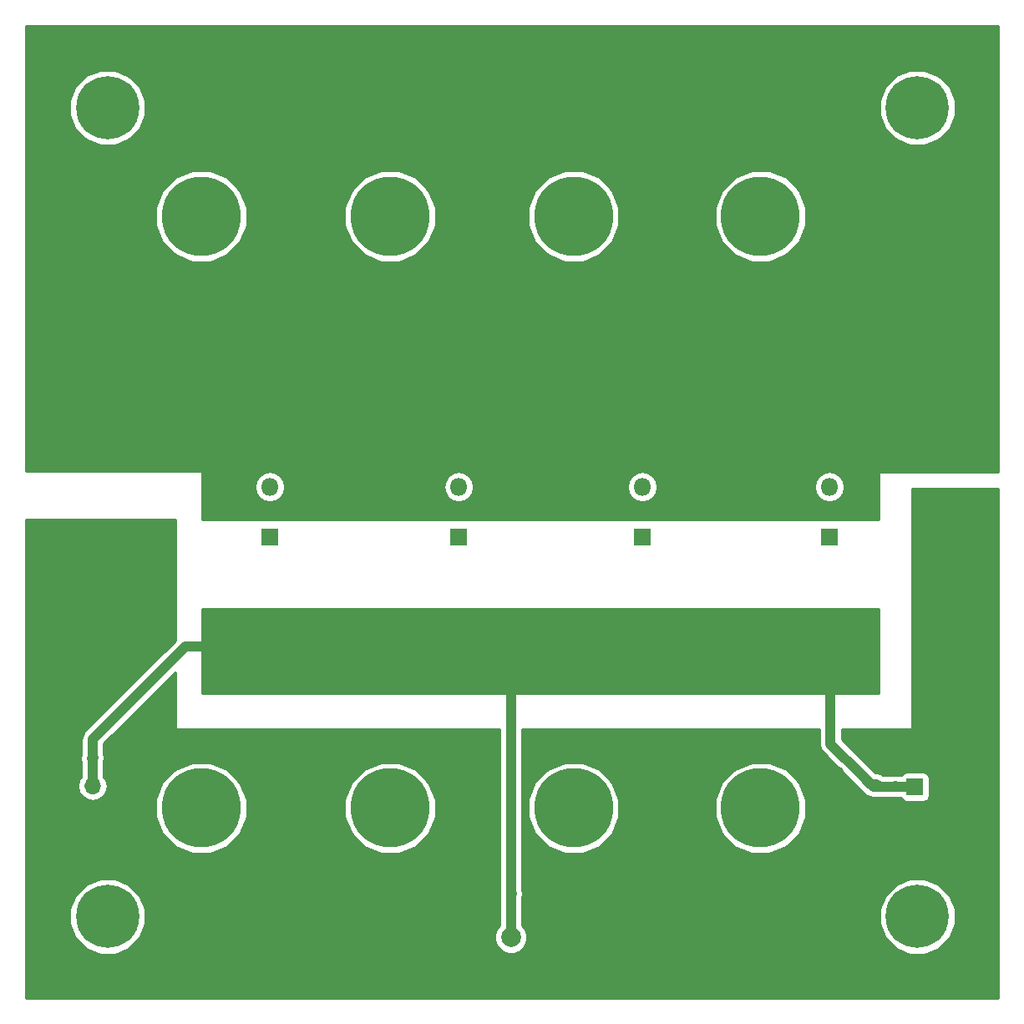
<source format=gbr>
G04 #@! TF.FileFunction,Copper,L1,Top,Signal*
%FSLAX46Y46*%
G04 Gerber Fmt 4.6, Leading zero omitted, Abs format (unit mm)*
G04 Created by KiCad (PCBNEW 4.0.2-stable) date 10/05/17 14:11:08*
%MOMM*%
G01*
G04 APERTURE LIST*
%ADD10C,0.100000*%
%ADD11R,1.800000X1.800000*%
%ADD12O,1.800000X1.800000*%
%ADD13C,8.000000*%
%ADD14C,6.400000*%
%ADD15C,0.800000*%
%ADD16R,1.700000X1.700000*%
%ADD17O,1.700000X1.700000*%
%ADD18O,5.001260X2.500000*%
%ADD19O,2.500000X5.001260*%
%ADD20C,2.200000*%
%ADD21C,2.000000*%
%ADD22C,0.600000*%
%ADD23C,1.000000*%
%ADD24C,0.254000*%
G04 APERTURE END LIST*
D10*
D11*
X123116980Y-98024760D03*
D12*
X123116980Y-95484760D03*
X123116980Y-92944760D03*
D13*
X116150000Y-125500000D03*
X116150000Y-65500000D03*
D11*
X160666980Y-98024760D03*
D12*
X160666980Y-95484760D03*
X160666980Y-92944760D03*
D13*
X153700000Y-125500000D03*
X153700000Y-65500000D03*
D11*
X103966980Y-98024760D03*
D12*
X103966980Y-95484760D03*
X103966980Y-92944760D03*
D13*
X97000000Y-125500000D03*
X97000000Y-65500000D03*
D11*
X141716980Y-98024760D03*
D12*
X141716980Y-95484760D03*
X141716980Y-92944760D03*
D13*
X134750000Y-125500000D03*
X134750000Y-65500000D03*
D14*
X87500000Y-136500000D03*
D15*
X89900000Y-136500000D03*
X89197056Y-138197056D03*
X87500000Y-138900000D03*
X85802944Y-138197056D03*
X85100000Y-136500000D03*
X85802944Y-134802944D03*
X87500000Y-134100000D03*
X89197056Y-134802944D03*
D14*
X169600000Y-136500000D03*
D15*
X172000000Y-136500000D03*
X171297056Y-138197056D03*
X169600000Y-138900000D03*
X167902944Y-138197056D03*
X167200000Y-136500000D03*
X167902944Y-134802944D03*
X169600000Y-134100000D03*
X171297056Y-134802944D03*
D14*
X169600000Y-54500000D03*
D15*
X172000000Y-54500000D03*
X171297056Y-56197056D03*
X169600000Y-56900000D03*
X167902944Y-56197056D03*
X167200000Y-54500000D03*
X167902944Y-52802944D03*
X169600000Y-52100000D03*
X171297056Y-52802944D03*
D14*
X87500000Y-54500000D03*
D15*
X89900000Y-54500000D03*
X89197056Y-56197056D03*
X87500000Y-56900000D03*
X85802944Y-56197056D03*
X85100000Y-54500000D03*
X85802944Y-52802944D03*
X87500000Y-52100000D03*
X89197056Y-52802944D03*
D16*
X169350000Y-123350000D03*
D17*
X169350000Y-125890000D03*
D18*
X172300000Y-95068800D03*
X172300000Y-99031200D03*
D16*
X86000000Y-125800000D03*
D17*
X86000000Y-123260000D03*
D19*
X126518800Y-51950000D03*
X130481200Y-51950000D03*
D18*
X172700000Y-74018800D03*
X172700000Y-77981200D03*
X85450000Y-78681200D03*
X85450000Y-74718800D03*
D20*
X125860000Y-136060000D03*
X130940000Y-136060000D03*
X130940000Y-141140000D03*
X125860000Y-141140000D03*
D21*
X128400000Y-138600000D03*
D18*
X84600000Y-104481200D03*
X84600000Y-100518800D03*
D22*
X82500000Y-106500000D03*
X79800000Y-107200000D03*
X80100000Y-104900000D03*
X80600000Y-102400000D03*
X80100000Y-100600000D03*
X80200000Y-97900000D03*
X82000000Y-97700000D03*
X84800000Y-97700000D03*
X87400000Y-98700000D03*
X90500000Y-99100000D03*
X93100000Y-98800000D03*
X93000000Y-101600000D03*
X91200000Y-101700000D03*
X88600000Y-101700000D03*
X88800000Y-103800000D03*
X90900000Y-104000000D03*
X93100000Y-103600000D03*
X93300000Y-106200000D03*
X91600000Y-106200000D03*
X89100000Y-106300000D03*
X87100000Y-107900000D03*
X84300000Y-108400000D03*
X82100000Y-109000000D03*
X80400000Y-109100000D03*
X81400000Y-112400000D03*
X84700000Y-112400000D03*
X86500000Y-110400000D03*
X89600000Y-108700000D03*
X92400000Y-108700000D03*
X89700000Y-112100000D03*
X87000000Y-114100000D03*
X84900000Y-116100000D03*
X83800000Y-114300000D03*
X80700000Y-114100000D03*
X81100000Y-117000000D03*
X81300000Y-119200000D03*
X81200000Y-121700000D03*
X81100000Y-124500000D03*
X81200000Y-127700000D03*
X87380000Y-142600000D03*
X93470000Y-138180000D03*
X96390000Y-138430000D03*
X99950000Y-133600000D03*
X99570000Y-136020000D03*
X98810000Y-143130000D03*
X105280000Y-143130000D03*
X105160000Y-139950000D03*
X107700000Y-131700000D03*
X110490000Y-124590000D03*
X110360000Y-127890000D03*
X107320000Y-127380000D03*
X108200000Y-122680000D03*
X108330000Y-119760000D03*
X112400000Y-119130000D03*
X117480000Y-118750000D03*
X131480000Y-130060000D03*
X125170000Y-133710000D03*
X124460000Y-131310000D03*
X124460000Y-128100000D03*
X125080000Y-123570000D03*
X125170000Y-120020000D03*
X122860000Y-119210000D03*
X120730000Y-119300000D03*
X121970000Y-123040000D03*
X121440000Y-126860000D03*
X115750000Y-140320000D03*
X113610000Y-142850000D03*
X112360000Y-141310000D03*
X109420000Y-141160000D03*
X109840000Y-137960000D03*
X112930000Y-138760000D03*
X116240000Y-136170000D03*
X114150000Y-133730000D03*
X113610000Y-135900000D03*
X110910000Y-136060000D03*
X110300000Y-132550000D03*
X110720000Y-130190000D03*
X114300000Y-131520000D03*
X118640000Y-131370000D03*
X121730000Y-130530000D03*
X121880000Y-135290000D03*
X118110000Y-134720000D03*
X118220000Y-142950000D03*
X119710000Y-137730000D03*
X124020000Y-140930000D03*
X122420000Y-143520000D03*
X120360000Y-141810000D03*
X123480000Y-138460000D03*
X125390000Y-143220000D03*
X129730000Y-143160000D03*
X132460000Y-142690000D03*
X136250000Y-142650000D03*
X141050000Y-142650000D03*
X145280000Y-142840000D03*
X148440000Y-142840000D03*
X152210000Y-142840000D03*
X154650000Y-142950000D03*
X158700000Y-142890000D03*
X159650000Y-139980000D03*
X159650000Y-136460000D03*
X157020000Y-135790000D03*
X156580000Y-138640000D03*
X156520000Y-140430000D03*
X153670000Y-140260000D03*
X152500000Y-137970000D03*
X153670000Y-135840000D03*
X150480000Y-135620000D03*
X150480000Y-138410000D03*
X149810000Y-140370000D03*
X146740000Y-140480000D03*
X147750000Y-136850000D03*
X144510000Y-137130000D03*
X144230000Y-140200000D03*
X141820000Y-140200000D03*
X141430000Y-137240000D03*
X139480000Y-136070000D03*
X138750000Y-138920000D03*
X136570000Y-141320000D03*
X136400000Y-140200000D03*
X135170000Y-137970000D03*
X136740000Y-137520000D03*
X135840000Y-133830000D03*
X134780000Y-132160000D03*
X131430000Y-131820000D03*
X159260000Y-131650000D03*
X155910000Y-130980000D03*
X151990000Y-131320000D03*
X147470000Y-129920000D03*
X143500000Y-130590000D03*
X140650000Y-130090000D03*
X142160000Y-127570000D03*
X140650000Y-126070000D03*
X139420000Y-122210000D03*
X138300000Y-119470000D03*
X141150000Y-118630000D03*
X142490000Y-123160000D03*
X145060000Y-127020000D03*
X147300000Y-125230000D03*
X144670000Y-122320000D03*
X145790000Y-119920000D03*
X152780000Y-119300000D03*
X158140000Y-119080000D03*
X161600000Y-121820000D03*
X170490000Y-112150000D03*
X170150000Y-114830000D03*
X170150000Y-117460000D03*
X173340000Y-117240000D03*
X176080000Y-115950000D03*
X175930000Y-120280000D03*
X167400000Y-119570000D03*
X164640000Y-119300000D03*
X160910000Y-124820000D03*
X162950000Y-129080000D03*
X166070000Y-127300000D03*
X169890000Y-129880000D03*
X173440000Y-129880000D03*
X176290000Y-132280000D03*
X175500000Y-136550000D03*
X174070000Y-138680000D03*
X172730000Y-143110000D03*
X167250000Y-143720000D03*
X164290000Y-140760000D03*
X164120000Y-132490000D03*
X159980000Y-133660000D03*
X155960000Y-133610000D03*
X152660000Y-133440000D03*
X148190000Y-133050000D03*
X144550000Y-134770000D03*
X138150000Y-133710000D03*
X132730000Y-135840000D03*
X131770000Y-133440000D03*
X169930000Y-107510000D03*
X170380000Y-109970000D03*
X173280000Y-109970000D03*
X176410000Y-109360000D03*
X176440000Y-106000000D03*
X174400000Y-106650000D03*
X172300000Y-105030000D03*
X169930000Y-104410000D03*
X169960000Y-101420000D03*
X172140000Y-101930000D03*
X174260000Y-103660000D03*
X176640000Y-102310000D03*
X175020000Y-100890000D03*
X176540000Y-99140000D03*
X175290000Y-97190000D03*
X176410000Y-94820000D03*
X176300000Y-112600000D03*
X172300000Y-114270000D03*
X116500000Y-137300000D03*
X115750000Y-142600000D03*
X110850000Y-142850000D03*
X107750000Y-139650000D03*
X108800000Y-135200000D03*
X103100000Y-135150000D03*
X102500000Y-138850000D03*
X102850000Y-141950000D03*
X97350000Y-140550000D03*
X97350000Y-134700000D03*
X94400000Y-133100000D03*
X94050000Y-142250000D03*
X91400000Y-142400000D03*
X83750000Y-142600000D03*
X81450000Y-139850000D03*
X81150000Y-135150000D03*
X81600000Y-130750000D03*
X84300000Y-130600000D03*
X87750000Y-129950000D03*
X90600000Y-130750000D03*
X98300000Y-131150000D03*
X102050000Y-131150000D03*
X105800000Y-131150000D03*
X105450000Y-126700000D03*
X102600000Y-124550000D03*
X105150000Y-122700000D03*
X105500000Y-119150000D03*
X101100000Y-119850000D03*
X95850000Y-119150000D03*
X91500000Y-120200000D03*
X89950000Y-124650000D03*
X166350000Y-129800000D03*
X162050000Y-131700000D03*
X161650000Y-135900000D03*
X163600000Y-142100000D03*
X169650000Y-142500000D03*
X175500000Y-139700000D03*
X175500000Y-133500000D03*
X174000000Y-126600000D03*
X172550000Y-119550000D03*
X172300000Y-116100000D03*
X172300000Y-112100000D03*
X172350000Y-107900000D03*
D15*
X85900000Y-120500000D03*
X128400000Y-136400000D03*
X165700000Y-123300000D03*
X167400000Y-123300000D03*
X104000000Y-109100000D03*
X141900000Y-109300000D03*
X123150000Y-109450000D03*
X160800000Y-109700000D03*
X155700000Y-106650000D03*
X135250000Y-106150000D03*
X116550000Y-106700000D03*
X99250000Y-106550000D03*
D22*
X164700000Y-95500000D03*
X164600000Y-93600000D03*
X162700000Y-93500000D03*
X162800000Y-95400000D03*
X159200000Y-94400000D03*
X157700000Y-95500000D03*
X157700000Y-93900000D03*
X156000000Y-93800000D03*
X156200000Y-95400000D03*
X154500000Y-95700000D03*
X154300000Y-93700000D03*
X153100000Y-93700000D03*
X153000000Y-95600000D03*
X151400000Y-95700000D03*
X151600000Y-93700000D03*
X149900000Y-94000000D03*
X149900000Y-95400000D03*
X148100000Y-95600000D03*
X148200000Y-93800000D03*
X146600000Y-93900000D03*
X146500000Y-95500000D03*
X145200000Y-95400000D03*
X145200000Y-93800000D03*
X143700000Y-93800000D03*
X143500000Y-95500000D03*
X139900000Y-94300000D03*
X139900000Y-95600000D03*
X138500000Y-95600000D03*
X138600000Y-93600000D03*
X137100000Y-93800000D03*
X137200000Y-95600000D03*
X135400000Y-95600000D03*
X135700000Y-93800000D03*
X133900000Y-93600000D03*
X133900000Y-95600000D03*
X132500000Y-95600000D03*
X132700000Y-93800000D03*
X131100000Y-93700000D03*
X130800000Y-95500000D03*
X129500000Y-95500000D03*
X129800000Y-93700000D03*
X128200000Y-93900000D03*
X128100000Y-95600000D03*
X126700000Y-95600000D03*
X126800000Y-93500000D03*
X125300000Y-93800000D03*
X125300000Y-95400000D03*
X121400000Y-94500000D03*
X120400000Y-95600000D03*
X120400000Y-93600000D03*
X118900000Y-93800000D03*
X119000000Y-95400000D03*
X117200000Y-95400000D03*
X117200000Y-93800000D03*
X115300000Y-93900000D03*
X115300000Y-95500000D03*
X113500000Y-95500000D03*
X113400000Y-93700000D03*
X111700000Y-93900000D03*
X111700000Y-95700000D03*
X110100000Y-95600000D03*
X110300000Y-93700000D03*
X108600000Y-93600000D03*
X108600000Y-95500000D03*
X107200000Y-95500000D03*
X107300000Y-93700000D03*
X105700000Y-93800000D03*
X105800000Y-95500000D03*
X102300000Y-93900000D03*
X101000000Y-93800000D03*
X99900000Y-93700000D03*
X98500000Y-93500000D03*
X97600000Y-94500000D03*
X98500000Y-95400000D03*
X99900000Y-95400000D03*
X101900000Y-95400000D03*
X83040000Y-76900000D03*
X80230000Y-77160000D03*
X79790000Y-75680000D03*
X81700000Y-74840000D03*
X79810000Y-73140000D03*
X81440000Y-72540000D03*
X82940000Y-72600000D03*
X84460000Y-72600000D03*
X86590000Y-72410000D03*
X88110000Y-72620000D03*
X89100000Y-72180000D03*
X89790000Y-73130000D03*
X88860000Y-74430000D03*
X89830000Y-75730000D03*
X88070000Y-77070000D03*
X89670000Y-77910000D03*
X88800000Y-78900000D03*
X89940000Y-80040000D03*
X88510000Y-80950000D03*
X86200000Y-81120000D03*
X84530000Y-81120000D03*
X82910000Y-80470000D03*
X81420000Y-80020000D03*
X80910000Y-81340000D03*
X79840000Y-80470000D03*
X79920000Y-78760000D03*
X81750000Y-78570000D03*
X170750000Y-75900000D03*
X169220000Y-76280000D03*
X168290000Y-75240000D03*
X168190000Y-73620000D03*
X169550000Y-72320000D03*
X169630000Y-70730000D03*
X171720000Y-71710000D03*
X172960000Y-70770000D03*
X174550000Y-71830000D03*
X175790000Y-70630000D03*
X177210000Y-70820000D03*
X177410000Y-72340000D03*
X175830000Y-73090000D03*
X176830000Y-74800000D03*
X175570000Y-76020000D03*
X177030000Y-76610000D03*
X176190000Y-77920000D03*
X176800000Y-78790000D03*
X176580000Y-80520000D03*
X174900000Y-80410000D03*
X173090000Y-80220000D03*
X171240000Y-80270000D03*
X169040000Y-79910000D03*
X169060000Y-78000000D03*
X126380000Y-55120000D03*
X128780000Y-54460000D03*
X129120000Y-56160000D03*
X127620000Y-56290000D03*
X125390000Y-56390000D03*
X123860000Y-56430000D03*
X123830000Y-54900000D03*
X123830000Y-52650000D03*
X123790000Y-50670000D03*
X123690000Y-48590000D03*
X123810000Y-46760000D03*
X125270000Y-46800000D03*
X125130000Y-48540000D03*
X126840000Y-48500000D03*
X126920000Y-46700000D03*
X128540000Y-46880000D03*
X128540000Y-48540000D03*
X130430000Y-48500000D03*
X130370000Y-46800000D03*
X132850000Y-46790000D03*
X132930000Y-48620000D03*
X132930000Y-50860000D03*
X133010000Y-53000000D03*
X132850000Y-55780000D03*
X130680000Y-55850000D03*
D23*
X81600000Y-130750000D02*
X81600000Y-128100000D01*
X80500000Y-106500000D02*
X82500000Y-106500000D01*
X79800000Y-107200000D02*
X80500000Y-106500000D01*
X80100000Y-102900000D02*
X80100000Y-104900000D01*
X80600000Y-102400000D02*
X80100000Y-102900000D01*
X80100000Y-98000000D02*
X80100000Y-100600000D01*
X80200000Y-97900000D02*
X80100000Y-98000000D01*
X84800000Y-97700000D02*
X82000000Y-97700000D01*
X90100000Y-98700000D02*
X87400000Y-98700000D01*
X90500000Y-99100000D02*
X90100000Y-98700000D01*
X93100000Y-101500000D02*
X93100000Y-98800000D01*
X93000000Y-101600000D02*
X93100000Y-101500000D01*
X88600000Y-101700000D02*
X91200000Y-101700000D01*
X90700000Y-103800000D02*
X88800000Y-103800000D01*
X90900000Y-104000000D02*
X90700000Y-103800000D01*
X93100000Y-106000000D02*
X93100000Y-103600000D01*
X93300000Y-106200000D02*
X93100000Y-106000000D01*
X89200000Y-106200000D02*
X91600000Y-106200000D01*
X89100000Y-106300000D02*
X89200000Y-106200000D01*
X84800000Y-107900000D02*
X87100000Y-107900000D01*
X84300000Y-108400000D02*
X84800000Y-107900000D01*
X80500000Y-109000000D02*
X82100000Y-109000000D01*
X80400000Y-109100000D02*
X80500000Y-109000000D01*
X84700000Y-112400000D02*
X81400000Y-112400000D01*
X87900000Y-110400000D02*
X86500000Y-110400000D01*
X89600000Y-108700000D02*
X87900000Y-110400000D01*
X92400000Y-109400000D02*
X92400000Y-108700000D01*
X89700000Y-112100000D02*
X92400000Y-109400000D01*
X86900000Y-114100000D02*
X87000000Y-114100000D01*
X84900000Y-116100000D02*
X86900000Y-114100000D01*
X80900000Y-114300000D02*
X83800000Y-114300000D01*
X80700000Y-114100000D02*
X80900000Y-114300000D01*
X81100000Y-119000000D02*
X81100000Y-117000000D01*
X81300000Y-119200000D02*
X81100000Y-119000000D01*
X81200000Y-124400000D02*
X81200000Y-121700000D01*
X81100000Y-124500000D02*
X81200000Y-124400000D01*
X81600000Y-128100000D02*
X81200000Y-127700000D01*
X85350000Y-101000000D02*
X83000000Y-101000000D01*
X120780000Y-118620000D02*
X117610000Y-118620000D01*
X84630000Y-139850000D02*
X81450000Y-139850000D01*
X87380000Y-142600000D02*
X84630000Y-139850000D01*
X96140000Y-138180000D02*
X93470000Y-138180000D01*
X96390000Y-138430000D02*
X96140000Y-138180000D01*
X99950000Y-135640000D02*
X99950000Y-133600000D01*
X99570000Y-136020000D02*
X99950000Y-135640000D01*
X105280000Y-143130000D02*
X98810000Y-143130000D01*
X105160000Y-134240000D02*
X105160000Y-139950000D01*
X107700000Y-131700000D02*
X105160000Y-134240000D01*
X110490000Y-127760000D02*
X110490000Y-124590000D01*
X110360000Y-127890000D02*
X110490000Y-127760000D01*
X107320000Y-123560000D02*
X107320000Y-127380000D01*
X108200000Y-122680000D02*
X107320000Y-123560000D01*
X111770000Y-119760000D02*
X108330000Y-119760000D01*
X112400000Y-119130000D02*
X111770000Y-119760000D01*
X117610000Y-118620000D02*
X117480000Y-118750000D01*
X121730000Y-130530000D02*
X121730000Y-127150000D01*
X131430000Y-130110000D02*
X131430000Y-131820000D01*
X131480000Y-130060000D02*
X131430000Y-130110000D01*
X125170000Y-132020000D02*
X125170000Y-133710000D01*
X124460000Y-131310000D02*
X125170000Y-132020000D01*
X124460000Y-124190000D02*
X124460000Y-128100000D01*
X125080000Y-123570000D02*
X124460000Y-124190000D01*
X123670000Y-120020000D02*
X125170000Y-120020000D01*
X122860000Y-119210000D02*
X123670000Y-120020000D01*
X120730000Y-121800000D02*
X120730000Y-119300000D01*
X121970000Y-123040000D02*
X120730000Y-121800000D01*
X121730000Y-127150000D02*
X121440000Y-126860000D01*
X116500000Y-139570000D02*
X116500000Y-137300000D01*
X115750000Y-140320000D02*
X116500000Y-139570000D01*
X113610000Y-142560000D02*
X113610000Y-142850000D01*
X112360000Y-141310000D02*
X113610000Y-142560000D01*
X109420000Y-138380000D02*
X109420000Y-141160000D01*
X109840000Y-137960000D02*
X109420000Y-138380000D01*
X113650000Y-138760000D02*
X112930000Y-138760000D01*
X116240000Y-136170000D02*
X113650000Y-138760000D01*
X114150000Y-135360000D02*
X114150000Y-133730000D01*
X113610000Y-135900000D02*
X114150000Y-135360000D01*
X110910000Y-133160000D02*
X110910000Y-136060000D01*
X110300000Y-132550000D02*
X110910000Y-133160000D01*
X112970000Y-130190000D02*
X110720000Y-130190000D01*
X114300000Y-131520000D02*
X112970000Y-130190000D01*
X120890000Y-131370000D02*
X118640000Y-131370000D01*
X121730000Y-130530000D02*
X120890000Y-131370000D01*
X118680000Y-135290000D02*
X121880000Y-135290000D01*
X118110000Y-134720000D02*
X118680000Y-135290000D01*
X118220000Y-139220000D02*
X118220000Y-142950000D01*
X119710000Y-137730000D02*
X118220000Y-139220000D01*
X124020000Y-141920000D02*
X124020000Y-140930000D01*
X122420000Y-143520000D02*
X124020000Y-141920000D01*
X120360000Y-141580000D02*
X120360000Y-141810000D01*
X123480000Y-138460000D02*
X120360000Y-141580000D01*
X125860000Y-142750000D02*
X125860000Y-138600000D01*
X125390000Y-143220000D02*
X125860000Y-142750000D01*
X131990000Y-143160000D02*
X129730000Y-143160000D01*
X132460000Y-142690000D02*
X131990000Y-143160000D01*
X136250000Y-142650000D02*
X141050000Y-142650000D01*
X145280000Y-142840000D02*
X148440000Y-142840000D01*
X152210000Y-142840000D02*
X152320000Y-142950000D01*
X152320000Y-142950000D02*
X154650000Y-142950000D01*
X158700000Y-142890000D02*
X159650000Y-141940000D01*
X159650000Y-141940000D02*
X159650000Y-139980000D01*
X159650000Y-136460000D02*
X158980000Y-135790000D01*
X158980000Y-135790000D02*
X157020000Y-135790000D01*
X156580000Y-138640000D02*
X156520000Y-138700000D01*
X156520000Y-138700000D02*
X156520000Y-140430000D01*
X153670000Y-140260000D02*
X152500000Y-139090000D01*
X152500000Y-139090000D02*
X152500000Y-137970000D01*
X153670000Y-135840000D02*
X153450000Y-135620000D01*
X153450000Y-135620000D02*
X150480000Y-135620000D01*
X150480000Y-138410000D02*
X149810000Y-139080000D01*
X149810000Y-139080000D02*
X149810000Y-140370000D01*
X146740000Y-140480000D02*
X147750000Y-139470000D01*
X147750000Y-139470000D02*
X147750000Y-136850000D01*
X144510000Y-137130000D02*
X144230000Y-137410000D01*
X144230000Y-137410000D02*
X144230000Y-140200000D01*
X141820000Y-140200000D02*
X141430000Y-139810000D01*
X141430000Y-139810000D02*
X141430000Y-137240000D01*
X139480000Y-136070000D02*
X138750000Y-136800000D01*
X138750000Y-136800000D02*
X138750000Y-138920000D01*
X136570000Y-141320000D02*
X136400000Y-141150000D01*
X136400000Y-141150000D02*
X136400000Y-140200000D01*
X135170000Y-137970000D02*
X135620000Y-137520000D01*
X135620000Y-137520000D02*
X136740000Y-137520000D01*
X135840000Y-133830000D02*
X134780000Y-132770000D01*
X134780000Y-132770000D02*
X134780000Y-132160000D01*
X156580000Y-131650000D02*
X159260000Y-131650000D01*
X155910000Y-130980000D02*
X156580000Y-131650000D01*
X148870000Y-131320000D02*
X151990000Y-131320000D01*
X147470000Y-129920000D02*
X148870000Y-131320000D01*
X141150000Y-130590000D02*
X143500000Y-130590000D01*
X140650000Y-130090000D02*
X141150000Y-130590000D01*
X142150000Y-127570000D02*
X142160000Y-127570000D01*
X140650000Y-126070000D02*
X142150000Y-127570000D01*
X139420000Y-120590000D02*
X139420000Y-122210000D01*
X138300000Y-119470000D02*
X139420000Y-120590000D01*
X141150000Y-121820000D02*
X141150000Y-118630000D01*
X142490000Y-123160000D02*
X141150000Y-121820000D01*
X145510000Y-127020000D02*
X145060000Y-127020000D01*
X147300000Y-125230000D02*
X145510000Y-127020000D01*
X144670000Y-121040000D02*
X144670000Y-122320000D01*
X145790000Y-119920000D02*
X144670000Y-121040000D01*
X157920000Y-119300000D02*
X152780000Y-119300000D01*
X158140000Y-119080000D02*
X157920000Y-119300000D01*
X160910000Y-122510000D02*
X161600000Y-121820000D01*
X170490000Y-112150000D02*
X170150000Y-112490000D01*
X170150000Y-112490000D02*
X170150000Y-114830000D01*
X170150000Y-117460000D02*
X170370000Y-117240000D01*
X170370000Y-117240000D02*
X173340000Y-117240000D01*
X176080000Y-115950000D02*
X175930000Y-116100000D01*
X175930000Y-116100000D02*
X175930000Y-120280000D01*
X167400000Y-119570000D02*
X167130000Y-119300000D01*
X167130000Y-119300000D02*
X164640000Y-119300000D01*
X162950000Y-129080000D02*
X164730000Y-127300000D01*
X164730000Y-127300000D02*
X166070000Y-127300000D01*
X169890000Y-129880000D02*
X173440000Y-129880000D01*
X176290000Y-132280000D02*
X175500000Y-133070000D01*
X175500000Y-133070000D02*
X175500000Y-136550000D01*
X174070000Y-138680000D02*
X172730000Y-140020000D01*
X172730000Y-140020000D02*
X172730000Y-143110000D01*
X167250000Y-143720000D02*
X164290000Y-140760000D01*
X164120000Y-132490000D02*
X162950000Y-133660000D01*
X162950000Y-133660000D02*
X159980000Y-133660000D01*
X155960000Y-133610000D02*
X155790000Y-133440000D01*
X155790000Y-133440000D02*
X152660000Y-133440000D01*
X148190000Y-133050000D02*
X146470000Y-134770000D01*
X146470000Y-134770000D02*
X144550000Y-134770000D01*
X138150000Y-133710000D02*
X136020000Y-135840000D01*
X136020000Y-135840000D02*
X132730000Y-135840000D01*
X160910000Y-124820000D02*
X160910000Y-122510000D01*
X131430000Y-131820000D02*
X131770000Y-132160000D01*
X131770000Y-132160000D02*
X131770000Y-133440000D01*
X169930000Y-109520000D02*
X169930000Y-107510000D01*
X170380000Y-109970000D02*
X169930000Y-109520000D01*
X175800000Y-109970000D02*
X173280000Y-109970000D01*
X176410000Y-109360000D02*
X175800000Y-109970000D01*
X175050000Y-106000000D02*
X176440000Y-106000000D01*
X174400000Y-106650000D02*
X175050000Y-106000000D01*
X170550000Y-105030000D02*
X172300000Y-105030000D01*
X169930000Y-104410000D02*
X170550000Y-105030000D01*
X171630000Y-101420000D02*
X169960000Y-101420000D01*
X172140000Y-101930000D02*
X171630000Y-101420000D01*
X175290000Y-103660000D02*
X174260000Y-103660000D01*
X176640000Y-102310000D02*
X175290000Y-103660000D01*
X175020000Y-100660000D02*
X175020000Y-100890000D01*
X176540000Y-99140000D02*
X175020000Y-100660000D01*
X175290000Y-95940000D02*
X175290000Y-97190000D01*
X176410000Y-94820000D02*
X175290000Y-95940000D01*
X176300000Y-112600000D02*
X174630000Y-114270000D01*
X174630000Y-114270000D02*
X172300000Y-114270000D01*
X115750000Y-142600000D02*
X115500000Y-142850000D01*
X115500000Y-142850000D02*
X110850000Y-142850000D01*
X107750000Y-139650000D02*
X108800000Y-138600000D01*
X108800000Y-138600000D02*
X108800000Y-135200000D01*
X103100000Y-135150000D02*
X102500000Y-135750000D01*
X102500000Y-135750000D02*
X102500000Y-138850000D01*
X102850000Y-141950000D02*
X101450000Y-140550000D01*
X101450000Y-140550000D02*
X97350000Y-140550000D01*
X97350000Y-134700000D02*
X95750000Y-133100000D01*
X95750000Y-133100000D02*
X94400000Y-133100000D01*
X94050000Y-142250000D02*
X93900000Y-142400000D01*
X93900000Y-142400000D02*
X91400000Y-142400000D01*
X83750000Y-142600000D02*
X81450000Y-140300000D01*
X81450000Y-140300000D02*
X81450000Y-139850000D01*
X81150000Y-135150000D02*
X81600000Y-134700000D01*
X81600000Y-134700000D02*
X81600000Y-130750000D01*
X84300000Y-130600000D02*
X84950000Y-129950000D01*
X84950000Y-129950000D02*
X87750000Y-129950000D01*
X90600000Y-130750000D02*
X91000000Y-131150000D01*
X91000000Y-131150000D02*
X98300000Y-131150000D01*
X102050000Y-131150000D02*
X105800000Y-131150000D01*
X105450000Y-126700000D02*
X103300000Y-124550000D01*
X103300000Y-124550000D02*
X102600000Y-124550000D01*
X105150000Y-122700000D02*
X105500000Y-122350000D01*
X105500000Y-122350000D02*
X105500000Y-119150000D01*
X101100000Y-119850000D02*
X100400000Y-119150000D01*
X100400000Y-119150000D02*
X95850000Y-119150000D01*
X91500000Y-120200000D02*
X89950000Y-121750000D01*
X89950000Y-121750000D02*
X89950000Y-124650000D01*
X172300000Y-99031200D02*
X172300000Y-107850000D01*
X169350000Y-126800000D02*
X169350000Y-125890000D01*
X166350000Y-129800000D02*
X169350000Y-126800000D01*
X162050000Y-135500000D02*
X162050000Y-131700000D01*
X161650000Y-135900000D02*
X162050000Y-135500000D01*
X169250000Y-142100000D02*
X163600000Y-142100000D01*
X169650000Y-142500000D02*
X169250000Y-142100000D01*
X175500000Y-133500000D02*
X175500000Y-139700000D01*
X174000000Y-121000000D02*
X174000000Y-126600000D01*
X172550000Y-119550000D02*
X174000000Y-121000000D01*
X172300000Y-112100000D02*
X172300000Y-116100000D01*
X172300000Y-107850000D02*
X172350000Y-107900000D01*
X86000000Y-120600000D02*
X86000000Y-123260000D01*
X85900000Y-120500000D02*
X86000000Y-120600000D01*
X86000000Y-120400000D02*
X86100000Y-120400000D01*
X86100000Y-120400000D02*
X86000000Y-120400000D01*
X128400000Y-138600000D02*
X128400000Y-136400000D01*
X128400000Y-136400000D02*
X128400000Y-135500000D01*
X128400000Y-135500000D02*
X128400000Y-134200000D01*
X128400000Y-138600000D02*
X128400000Y-136700000D01*
X128400000Y-134200000D02*
X128500000Y-134200000D01*
X128500000Y-134200000D02*
X128400000Y-134200000D01*
X169350000Y-123350000D02*
X167450000Y-123350000D01*
X164850000Y-123050000D02*
X163900000Y-122100000D01*
X165450000Y-123050000D02*
X164850000Y-123050000D01*
X165700000Y-123300000D02*
X165450000Y-123050000D01*
X167450000Y-123350000D02*
X167400000Y-123300000D01*
X167910000Y-123310000D02*
X166070000Y-123310000D01*
X166070000Y-123310000D02*
X166040000Y-123340000D01*
X86000000Y-121490000D02*
X86000000Y-120400000D01*
X86000000Y-120400000D02*
X86000000Y-119780000D01*
X86000000Y-119780000D02*
X85970000Y-119750000D01*
X86000000Y-123260000D02*
X86000000Y-121490000D01*
X86000000Y-119720000D02*
X86000000Y-118500000D01*
X86000000Y-118500000D02*
X95400000Y-109100000D01*
X95400000Y-109100000D02*
X104000000Y-109100000D01*
X85970000Y-119750000D02*
X86000000Y-119720000D01*
X169350000Y-123350000D02*
X167950000Y-123350000D01*
X166030000Y-123350000D02*
X165150000Y-123350000D01*
X166040000Y-123340000D02*
X166030000Y-123350000D01*
X167950000Y-123350000D02*
X167910000Y-123310000D01*
X165150000Y-123350000D02*
X164500000Y-122700000D01*
X165150000Y-123350000D02*
X164500000Y-122700000D01*
X164500000Y-122700000D02*
X163900000Y-122100000D01*
X163900000Y-122100000D02*
X160800000Y-119000000D01*
X160800000Y-119000000D02*
X160800000Y-109700000D01*
X128400000Y-112300000D02*
X128400000Y-112150000D01*
X128400000Y-134200000D02*
X128400000Y-112300000D01*
X128400000Y-112150000D02*
X126750000Y-110500000D01*
X126750000Y-110500000D02*
X124200000Y-110500000D01*
X124200000Y-110500000D02*
X123150000Y-109450000D01*
X123150000Y-109450000D02*
X104350000Y-109450000D01*
X104350000Y-109450000D02*
X104000000Y-109100000D01*
X141900000Y-109300000D02*
X123300000Y-109300000D01*
X123300000Y-109300000D02*
X123150000Y-109450000D01*
X160800000Y-109700000D02*
X142300000Y-109700000D01*
X142300000Y-109700000D02*
X141900000Y-109300000D01*
X164700000Y-93700000D02*
X164700000Y-95500000D01*
X164600000Y-93600000D02*
X164700000Y-93700000D01*
X162700000Y-95300000D02*
X162700000Y-93500000D01*
X162800000Y-95400000D02*
X162700000Y-95300000D01*
X141716980Y-95484760D02*
X143484760Y-95484760D01*
X158800000Y-94400000D02*
X159200000Y-94400000D01*
X157700000Y-95500000D02*
X158800000Y-94400000D01*
X156100000Y-93900000D02*
X157700000Y-93900000D01*
X156000000Y-93800000D02*
X156100000Y-93900000D01*
X154800000Y-95400000D02*
X156200000Y-95400000D01*
X154500000Y-95700000D02*
X154800000Y-95400000D01*
X153100000Y-93700000D02*
X154300000Y-93700000D01*
X151500000Y-95600000D02*
X153000000Y-95600000D01*
X151400000Y-95700000D02*
X151500000Y-95600000D01*
X150200000Y-93700000D02*
X151600000Y-93700000D01*
X149900000Y-94000000D02*
X150200000Y-93700000D01*
X148300000Y-95400000D02*
X149900000Y-95400000D01*
X148100000Y-95600000D02*
X148300000Y-95400000D01*
X146700000Y-93800000D02*
X148200000Y-93800000D01*
X146600000Y-93900000D02*
X146700000Y-93800000D01*
X145300000Y-95500000D02*
X146500000Y-95500000D01*
X145200000Y-95400000D02*
X145300000Y-95500000D01*
X143700000Y-93800000D02*
X145200000Y-93800000D01*
X143484760Y-95484760D02*
X143500000Y-95500000D01*
X123116980Y-95484760D02*
X125215240Y-95484760D01*
X139900000Y-94300000D02*
X141084760Y-95484760D01*
X138500000Y-95600000D02*
X139900000Y-95600000D01*
X137300000Y-93600000D02*
X138600000Y-93600000D01*
X137100000Y-93800000D02*
X137300000Y-93600000D01*
X135400000Y-95600000D02*
X137200000Y-95600000D01*
X134100000Y-93800000D02*
X135700000Y-93800000D01*
X133900000Y-93600000D02*
X134100000Y-93800000D01*
X132500000Y-95600000D02*
X133900000Y-95600000D01*
X131200000Y-93800000D02*
X132700000Y-93800000D01*
X131100000Y-93700000D02*
X131200000Y-93800000D01*
X129500000Y-95500000D02*
X130800000Y-95500000D01*
X128400000Y-93700000D02*
X129800000Y-93700000D01*
X128200000Y-93900000D02*
X128400000Y-93700000D01*
X126700000Y-95600000D02*
X128100000Y-95600000D01*
X125600000Y-93500000D02*
X126800000Y-93500000D01*
X125300000Y-93800000D02*
X125600000Y-93500000D01*
X125215240Y-95484760D02*
X125300000Y-95400000D01*
X141084760Y-95484760D02*
X141716980Y-95484760D01*
X121400000Y-94500000D02*
X122384760Y-95484760D01*
X120400000Y-93600000D02*
X120400000Y-95600000D01*
X118900000Y-95300000D02*
X118900000Y-93800000D01*
X119000000Y-95400000D02*
X118900000Y-95300000D01*
X117200000Y-93800000D02*
X117200000Y-95400000D01*
X115300000Y-95500000D02*
X115300000Y-93900000D01*
X113500000Y-93800000D02*
X113500000Y-95500000D01*
X113400000Y-93700000D02*
X113500000Y-93800000D01*
X111700000Y-95700000D02*
X111700000Y-93900000D01*
X110100000Y-93900000D02*
X110100000Y-95600000D01*
X110300000Y-93700000D02*
X110100000Y-93900000D01*
X108600000Y-95500000D02*
X108600000Y-93600000D01*
X107200000Y-93800000D02*
X107200000Y-95500000D01*
X107300000Y-93700000D02*
X107200000Y-93800000D01*
X105700000Y-95400000D02*
X105700000Y-93800000D01*
X105800000Y-95500000D02*
X105700000Y-95400000D01*
X122384760Y-95484760D02*
X123116980Y-95484760D01*
X101100000Y-93900000D02*
X102300000Y-93900000D01*
X101000000Y-93800000D02*
X101100000Y-93900000D01*
X98700000Y-93700000D02*
X99900000Y-93700000D01*
X98500000Y-93500000D02*
X98700000Y-93700000D01*
X98500000Y-95400000D02*
X97600000Y-94500000D01*
X101900000Y-95400000D02*
X99900000Y-95400000D01*
X83040000Y-76900000D02*
X85221200Y-74718800D01*
X80230000Y-76120000D02*
X80230000Y-77160000D01*
X79790000Y-75680000D02*
X80230000Y-76120000D01*
X81510000Y-74840000D02*
X81700000Y-74840000D01*
X79810000Y-73140000D02*
X81510000Y-74840000D01*
X82880000Y-72540000D02*
X81440000Y-72540000D01*
X82940000Y-72600000D02*
X82880000Y-72540000D01*
X86400000Y-72600000D02*
X84460000Y-72600000D01*
X86590000Y-72410000D02*
X86400000Y-72600000D01*
X88660000Y-72620000D02*
X88110000Y-72620000D01*
X89100000Y-72180000D02*
X88660000Y-72620000D01*
X89790000Y-73500000D02*
X89790000Y-73130000D01*
X88860000Y-74430000D02*
X89790000Y-73500000D01*
X89410000Y-75730000D02*
X89830000Y-75730000D01*
X88070000Y-77070000D02*
X89410000Y-75730000D01*
X89670000Y-78030000D02*
X89670000Y-77910000D01*
X88800000Y-78900000D02*
X89670000Y-78030000D01*
X89420000Y-80040000D02*
X89940000Y-80040000D01*
X88510000Y-80950000D02*
X89420000Y-80040000D01*
X84530000Y-81120000D02*
X86200000Y-81120000D01*
X81870000Y-80470000D02*
X82910000Y-80470000D01*
X81420000Y-80020000D02*
X81870000Y-80470000D01*
X80710000Y-81340000D02*
X80910000Y-81340000D01*
X79840000Y-80470000D02*
X80710000Y-81340000D01*
X81560000Y-78760000D02*
X79920000Y-78760000D01*
X81750000Y-78570000D02*
X81560000Y-78760000D01*
X85221200Y-74718800D02*
X85450000Y-74718800D01*
X169600000Y-75900000D02*
X170750000Y-75900000D01*
X169220000Y-76280000D02*
X169600000Y-75900000D01*
X168290000Y-73720000D02*
X168290000Y-75240000D01*
X168190000Y-73620000D02*
X168290000Y-73720000D01*
X169550000Y-70810000D02*
X169550000Y-72320000D01*
X169630000Y-70730000D02*
X169550000Y-70810000D01*
X172020000Y-71710000D02*
X171720000Y-71710000D01*
X172960000Y-70770000D02*
X172020000Y-71710000D01*
X174590000Y-71830000D02*
X174550000Y-71830000D01*
X175790000Y-70630000D02*
X174590000Y-71830000D01*
X177210000Y-72140000D02*
X177210000Y-70820000D01*
X177410000Y-72340000D02*
X177210000Y-72140000D01*
X175830000Y-73800000D02*
X175830000Y-73090000D01*
X176830000Y-74800000D02*
X175830000Y-73800000D01*
X176440000Y-76020000D02*
X175570000Y-76020000D01*
X177030000Y-76610000D02*
X176440000Y-76020000D01*
X176190000Y-78180000D02*
X176190000Y-77920000D01*
X176800000Y-78790000D02*
X176190000Y-78180000D01*
X175010000Y-80520000D02*
X176580000Y-80520000D01*
X174900000Y-80410000D02*
X175010000Y-80520000D01*
X171290000Y-80220000D02*
X173090000Y-80220000D01*
X171240000Y-80270000D02*
X171290000Y-80220000D01*
X169040000Y-78020000D02*
X169040000Y-79910000D01*
X169060000Y-78000000D02*
X169040000Y-78020000D01*
X126518800Y-54981200D02*
X126518800Y-51950000D01*
X126380000Y-55120000D02*
X126518800Y-54981200D01*
X128780000Y-55820000D02*
X128780000Y-54460000D01*
X129120000Y-56160000D02*
X128780000Y-55820000D01*
X125490000Y-56290000D02*
X127620000Y-56290000D01*
X125390000Y-56390000D02*
X125490000Y-56290000D01*
X123860000Y-54930000D02*
X123860000Y-56430000D01*
X123830000Y-54900000D02*
X123860000Y-54930000D01*
X123830000Y-50710000D02*
X123830000Y-52650000D01*
X123790000Y-50670000D02*
X123830000Y-50710000D01*
X123690000Y-46880000D02*
X123690000Y-48590000D01*
X123810000Y-46760000D02*
X123690000Y-46880000D01*
X125270000Y-48400000D02*
X125270000Y-46800000D01*
X125130000Y-48540000D02*
X125270000Y-48400000D01*
X126840000Y-46780000D02*
X126840000Y-48500000D01*
X126920000Y-46700000D02*
X126840000Y-46780000D01*
X128540000Y-48540000D02*
X128540000Y-46880000D01*
X130430000Y-46860000D02*
X130430000Y-48500000D01*
X130370000Y-46800000D02*
X130430000Y-46860000D01*
X132850000Y-48540000D02*
X132850000Y-46790000D01*
X132930000Y-48620000D02*
X132850000Y-48540000D01*
X132930000Y-52920000D02*
X132930000Y-50860000D01*
X133010000Y-53000000D02*
X132930000Y-52920000D01*
X130750000Y-55780000D02*
X132850000Y-55780000D01*
X130680000Y-55850000D02*
X130750000Y-55780000D01*
D24*
G36*
X177790000Y-91423000D02*
X165800000Y-91423000D01*
X165750590Y-91433006D01*
X165708965Y-91461447D01*
X165681685Y-91503841D01*
X165673000Y-91550000D01*
X165673000Y-96223000D01*
X97127000Y-96223000D01*
X97127000Y-92914688D01*
X102431980Y-92914688D01*
X102431980Y-92974832D01*
X102548825Y-93562251D01*
X102881571Y-94060241D01*
X103379561Y-94392987D01*
X103966980Y-94509832D01*
X104554399Y-94392987D01*
X105052389Y-94060241D01*
X105385135Y-93562251D01*
X105501980Y-92974832D01*
X105501980Y-92914688D01*
X121581980Y-92914688D01*
X121581980Y-92974832D01*
X121698825Y-93562251D01*
X122031571Y-94060241D01*
X122529561Y-94392987D01*
X123116980Y-94509832D01*
X123704399Y-94392987D01*
X124202389Y-94060241D01*
X124535135Y-93562251D01*
X124651980Y-92974832D01*
X124651980Y-92914688D01*
X140181980Y-92914688D01*
X140181980Y-92974832D01*
X140298825Y-93562251D01*
X140631571Y-94060241D01*
X141129561Y-94392987D01*
X141716980Y-94509832D01*
X142304399Y-94392987D01*
X142802389Y-94060241D01*
X143135135Y-93562251D01*
X143251980Y-92974832D01*
X143251980Y-92914688D01*
X159131980Y-92914688D01*
X159131980Y-92974832D01*
X159248825Y-93562251D01*
X159581571Y-94060241D01*
X160079561Y-94392987D01*
X160666980Y-94509832D01*
X161254399Y-94392987D01*
X161752389Y-94060241D01*
X162085135Y-93562251D01*
X162201980Y-92974832D01*
X162201980Y-92914688D01*
X162085135Y-92327269D01*
X161752389Y-91829279D01*
X161254399Y-91496533D01*
X160666980Y-91379688D01*
X160079561Y-91496533D01*
X159581571Y-91829279D01*
X159248825Y-92327269D01*
X159131980Y-92914688D01*
X143251980Y-92914688D01*
X143135135Y-92327269D01*
X142802389Y-91829279D01*
X142304399Y-91496533D01*
X141716980Y-91379688D01*
X141129561Y-91496533D01*
X140631571Y-91829279D01*
X140298825Y-92327269D01*
X140181980Y-92914688D01*
X124651980Y-92914688D01*
X124535135Y-92327269D01*
X124202389Y-91829279D01*
X123704399Y-91496533D01*
X123116980Y-91379688D01*
X122529561Y-91496533D01*
X122031571Y-91829279D01*
X121698825Y-92327269D01*
X121581980Y-92914688D01*
X105501980Y-92914688D01*
X105385135Y-92327269D01*
X105052389Y-91829279D01*
X104554399Y-91496533D01*
X103966980Y-91379688D01*
X103379561Y-91496533D01*
X102881571Y-91829279D01*
X102548825Y-92327269D01*
X102431980Y-92914688D01*
X97127000Y-92914688D01*
X97127000Y-91450000D01*
X97116994Y-91400590D01*
X97088553Y-91358965D01*
X97046159Y-91331685D01*
X97000000Y-91323000D01*
X79210000Y-91323000D01*
X79210000Y-66417914D01*
X92364197Y-66417914D01*
X93068347Y-68122087D01*
X94371055Y-69427071D01*
X96073997Y-70134194D01*
X97917914Y-70135803D01*
X99622087Y-69431653D01*
X100927071Y-68128945D01*
X101634194Y-66426003D01*
X101634201Y-66417914D01*
X111514197Y-66417914D01*
X112218347Y-68122087D01*
X113521055Y-69427071D01*
X115223997Y-70134194D01*
X117067914Y-70135803D01*
X118772087Y-69431653D01*
X120077071Y-68128945D01*
X120784194Y-66426003D01*
X120784201Y-66417914D01*
X130114197Y-66417914D01*
X130818347Y-68122087D01*
X132121055Y-69427071D01*
X133823997Y-70134194D01*
X135667914Y-70135803D01*
X137372087Y-69431653D01*
X138677071Y-68128945D01*
X139384194Y-66426003D01*
X139384201Y-66417914D01*
X149064197Y-66417914D01*
X149768347Y-68122087D01*
X151071055Y-69427071D01*
X152773997Y-70134194D01*
X154617914Y-70135803D01*
X156322087Y-69431653D01*
X157627071Y-68128945D01*
X158334194Y-66426003D01*
X158335803Y-64582086D01*
X157631653Y-62877913D01*
X156328945Y-61572929D01*
X154626003Y-60865806D01*
X152782086Y-60864197D01*
X151077913Y-61568347D01*
X149772929Y-62871055D01*
X149065806Y-64573997D01*
X149064197Y-66417914D01*
X139384201Y-66417914D01*
X139385803Y-64582086D01*
X138681653Y-62877913D01*
X137378945Y-61572929D01*
X135676003Y-60865806D01*
X133832086Y-60864197D01*
X132127913Y-61568347D01*
X130822929Y-62871055D01*
X130115806Y-64573997D01*
X130114197Y-66417914D01*
X120784201Y-66417914D01*
X120785803Y-64582086D01*
X120081653Y-62877913D01*
X118778945Y-61572929D01*
X117076003Y-60865806D01*
X115232086Y-60864197D01*
X113527913Y-61568347D01*
X112222929Y-62871055D01*
X111515806Y-64573997D01*
X111514197Y-66417914D01*
X101634201Y-66417914D01*
X101635803Y-64582086D01*
X100931653Y-62877913D01*
X99628945Y-61572929D01*
X97926003Y-60865806D01*
X96082086Y-60864197D01*
X94377913Y-61568347D01*
X93072929Y-62871055D01*
X92365806Y-64573997D01*
X92364197Y-66417914D01*
X79210000Y-66417914D01*
X79210000Y-55259482D01*
X83664336Y-55259482D01*
X84246950Y-56669515D01*
X85324811Y-57749259D01*
X86733825Y-58334333D01*
X88259482Y-58335664D01*
X89669515Y-57753050D01*
X90749259Y-56675189D01*
X91334333Y-55266175D01*
X91334338Y-55259482D01*
X165764336Y-55259482D01*
X166346950Y-56669515D01*
X167424811Y-57749259D01*
X168833825Y-58334333D01*
X170359482Y-58335664D01*
X171769515Y-57753050D01*
X172849259Y-56675189D01*
X173434333Y-55266175D01*
X173435664Y-53740518D01*
X172853050Y-52330485D01*
X171775189Y-51250741D01*
X170366175Y-50665667D01*
X168840518Y-50664336D01*
X167430485Y-51246950D01*
X166350741Y-52324811D01*
X165765667Y-53733825D01*
X165764336Y-55259482D01*
X91334338Y-55259482D01*
X91335664Y-53740518D01*
X90753050Y-52330485D01*
X89675189Y-51250741D01*
X88266175Y-50665667D01*
X86740518Y-50664336D01*
X85330485Y-51246950D01*
X84250741Y-52324811D01*
X83665667Y-53733825D01*
X83664336Y-55259482D01*
X79210000Y-55259482D01*
X79210000Y-46210000D01*
X177790000Y-46210000D01*
X177790000Y-91423000D01*
X177790000Y-91423000D01*
G37*
X177790000Y-91423000D02*
X165800000Y-91423000D01*
X165750590Y-91433006D01*
X165708965Y-91461447D01*
X165681685Y-91503841D01*
X165673000Y-91550000D01*
X165673000Y-96223000D01*
X97127000Y-96223000D01*
X97127000Y-92914688D01*
X102431980Y-92914688D01*
X102431980Y-92974832D01*
X102548825Y-93562251D01*
X102881571Y-94060241D01*
X103379561Y-94392987D01*
X103966980Y-94509832D01*
X104554399Y-94392987D01*
X105052389Y-94060241D01*
X105385135Y-93562251D01*
X105501980Y-92974832D01*
X105501980Y-92914688D01*
X121581980Y-92914688D01*
X121581980Y-92974832D01*
X121698825Y-93562251D01*
X122031571Y-94060241D01*
X122529561Y-94392987D01*
X123116980Y-94509832D01*
X123704399Y-94392987D01*
X124202389Y-94060241D01*
X124535135Y-93562251D01*
X124651980Y-92974832D01*
X124651980Y-92914688D01*
X140181980Y-92914688D01*
X140181980Y-92974832D01*
X140298825Y-93562251D01*
X140631571Y-94060241D01*
X141129561Y-94392987D01*
X141716980Y-94509832D01*
X142304399Y-94392987D01*
X142802389Y-94060241D01*
X143135135Y-93562251D01*
X143251980Y-92974832D01*
X143251980Y-92914688D01*
X159131980Y-92914688D01*
X159131980Y-92974832D01*
X159248825Y-93562251D01*
X159581571Y-94060241D01*
X160079561Y-94392987D01*
X160666980Y-94509832D01*
X161254399Y-94392987D01*
X161752389Y-94060241D01*
X162085135Y-93562251D01*
X162201980Y-92974832D01*
X162201980Y-92914688D01*
X162085135Y-92327269D01*
X161752389Y-91829279D01*
X161254399Y-91496533D01*
X160666980Y-91379688D01*
X160079561Y-91496533D01*
X159581571Y-91829279D01*
X159248825Y-92327269D01*
X159131980Y-92914688D01*
X143251980Y-92914688D01*
X143135135Y-92327269D01*
X142802389Y-91829279D01*
X142304399Y-91496533D01*
X141716980Y-91379688D01*
X141129561Y-91496533D01*
X140631571Y-91829279D01*
X140298825Y-92327269D01*
X140181980Y-92914688D01*
X124651980Y-92914688D01*
X124535135Y-92327269D01*
X124202389Y-91829279D01*
X123704399Y-91496533D01*
X123116980Y-91379688D01*
X122529561Y-91496533D01*
X122031571Y-91829279D01*
X121698825Y-92327269D01*
X121581980Y-92914688D01*
X105501980Y-92914688D01*
X105385135Y-92327269D01*
X105052389Y-91829279D01*
X104554399Y-91496533D01*
X103966980Y-91379688D01*
X103379561Y-91496533D01*
X102881571Y-91829279D01*
X102548825Y-92327269D01*
X102431980Y-92914688D01*
X97127000Y-92914688D01*
X97127000Y-91450000D01*
X97116994Y-91400590D01*
X97088553Y-91358965D01*
X97046159Y-91331685D01*
X97000000Y-91323000D01*
X79210000Y-91323000D01*
X79210000Y-66417914D01*
X92364197Y-66417914D01*
X93068347Y-68122087D01*
X94371055Y-69427071D01*
X96073997Y-70134194D01*
X97917914Y-70135803D01*
X99622087Y-69431653D01*
X100927071Y-68128945D01*
X101634194Y-66426003D01*
X101634201Y-66417914D01*
X111514197Y-66417914D01*
X112218347Y-68122087D01*
X113521055Y-69427071D01*
X115223997Y-70134194D01*
X117067914Y-70135803D01*
X118772087Y-69431653D01*
X120077071Y-68128945D01*
X120784194Y-66426003D01*
X120784201Y-66417914D01*
X130114197Y-66417914D01*
X130818347Y-68122087D01*
X132121055Y-69427071D01*
X133823997Y-70134194D01*
X135667914Y-70135803D01*
X137372087Y-69431653D01*
X138677071Y-68128945D01*
X139384194Y-66426003D01*
X139384201Y-66417914D01*
X149064197Y-66417914D01*
X149768347Y-68122087D01*
X151071055Y-69427071D01*
X152773997Y-70134194D01*
X154617914Y-70135803D01*
X156322087Y-69431653D01*
X157627071Y-68128945D01*
X158334194Y-66426003D01*
X158335803Y-64582086D01*
X157631653Y-62877913D01*
X156328945Y-61572929D01*
X154626003Y-60865806D01*
X152782086Y-60864197D01*
X151077913Y-61568347D01*
X149772929Y-62871055D01*
X149065806Y-64573997D01*
X149064197Y-66417914D01*
X139384201Y-66417914D01*
X139385803Y-64582086D01*
X138681653Y-62877913D01*
X137378945Y-61572929D01*
X135676003Y-60865806D01*
X133832086Y-60864197D01*
X132127913Y-61568347D01*
X130822929Y-62871055D01*
X130115806Y-64573997D01*
X130114197Y-66417914D01*
X120784201Y-66417914D01*
X120785803Y-64582086D01*
X120081653Y-62877913D01*
X118778945Y-61572929D01*
X117076003Y-60865806D01*
X115232086Y-60864197D01*
X113527913Y-61568347D01*
X112222929Y-62871055D01*
X111515806Y-64573997D01*
X111514197Y-66417914D01*
X101634201Y-66417914D01*
X101635803Y-64582086D01*
X100931653Y-62877913D01*
X99628945Y-61572929D01*
X97926003Y-60865806D01*
X96082086Y-60864197D01*
X94377913Y-61568347D01*
X93072929Y-62871055D01*
X92365806Y-64573997D01*
X92364197Y-66417914D01*
X79210000Y-66417914D01*
X79210000Y-55259482D01*
X83664336Y-55259482D01*
X84246950Y-56669515D01*
X85324811Y-57749259D01*
X86733825Y-58334333D01*
X88259482Y-58335664D01*
X89669515Y-57753050D01*
X90749259Y-56675189D01*
X91334333Y-55266175D01*
X91334338Y-55259482D01*
X165764336Y-55259482D01*
X166346950Y-56669515D01*
X167424811Y-57749259D01*
X168833825Y-58334333D01*
X170359482Y-58335664D01*
X171769515Y-57753050D01*
X172849259Y-56675189D01*
X173434333Y-55266175D01*
X173435664Y-53740518D01*
X172853050Y-52330485D01*
X171775189Y-51250741D01*
X170366175Y-50665667D01*
X168840518Y-50664336D01*
X167430485Y-51246950D01*
X166350741Y-52324811D01*
X165765667Y-53733825D01*
X165764336Y-55259482D01*
X91334338Y-55259482D01*
X91335664Y-53740518D01*
X90753050Y-52330485D01*
X89675189Y-51250741D01*
X88266175Y-50665667D01*
X86740518Y-50664336D01*
X85330485Y-51246950D01*
X84250741Y-52324811D01*
X83665667Y-53733825D01*
X83664336Y-55259482D01*
X79210000Y-55259482D01*
X79210000Y-46210000D01*
X177790000Y-46210000D01*
X177790000Y-91423000D01*
G36*
X165723000Y-113823000D02*
X97127000Y-113823000D01*
X97127000Y-105277000D01*
X165723000Y-105277000D01*
X165723000Y-113823000D01*
X165723000Y-113823000D01*
G37*
X165723000Y-113823000D02*
X97127000Y-113823000D01*
X97127000Y-105277000D01*
X165723000Y-105277000D01*
X165723000Y-113823000D01*
G36*
X177790000Y-144790000D02*
X79210000Y-144790000D01*
X79210000Y-137259482D01*
X83664336Y-137259482D01*
X84246950Y-138669515D01*
X85324811Y-139749259D01*
X86733825Y-140334333D01*
X88259482Y-140335664D01*
X89669515Y-139753050D01*
X90749259Y-138675189D01*
X91334333Y-137266175D01*
X91335664Y-135740518D01*
X90753050Y-134330485D01*
X89675189Y-133250741D01*
X88266175Y-132665667D01*
X86740518Y-132664336D01*
X85330485Y-133246950D01*
X84250741Y-134324811D01*
X83665667Y-135733825D01*
X83664336Y-137259482D01*
X79210000Y-137259482D01*
X79210000Y-126417914D01*
X92364197Y-126417914D01*
X93068347Y-128122087D01*
X94371055Y-129427071D01*
X96073997Y-130134194D01*
X97917914Y-130135803D01*
X99622087Y-129431653D01*
X100927071Y-128128945D01*
X101634194Y-126426003D01*
X101634201Y-126417914D01*
X111514197Y-126417914D01*
X112218347Y-128122087D01*
X113521055Y-129427071D01*
X115223997Y-130134194D01*
X117067914Y-130135803D01*
X118772087Y-129431653D01*
X120077071Y-128128945D01*
X120784194Y-126426003D01*
X120785803Y-124582086D01*
X120081653Y-122877913D01*
X118778945Y-121572929D01*
X117076003Y-120865806D01*
X115232086Y-120864197D01*
X113527913Y-121568347D01*
X112222929Y-122871055D01*
X111515806Y-124573997D01*
X111514197Y-126417914D01*
X101634201Y-126417914D01*
X101635803Y-124582086D01*
X100931653Y-122877913D01*
X99628945Y-121572929D01*
X97926003Y-120865806D01*
X96082086Y-120864197D01*
X94377913Y-121568347D01*
X93072929Y-122871055D01*
X92365806Y-124573997D01*
X92364197Y-126417914D01*
X79210000Y-126417914D01*
X79210000Y-96277000D01*
X94373000Y-96277000D01*
X94373000Y-108521867D01*
X85197434Y-117697434D01*
X84951397Y-118065654D01*
X84865000Y-118500000D01*
X84865000Y-119599181D01*
X84835000Y-119750000D01*
X84865000Y-119900819D01*
X84865000Y-120045297D01*
X84851397Y-120065655D01*
X84765000Y-120500000D01*
X84851397Y-120934345D01*
X84865000Y-120954703D01*
X84865000Y-122293536D01*
X84598946Y-122691715D01*
X84485907Y-123260000D01*
X84598946Y-123828285D01*
X84920853Y-124310054D01*
X85402622Y-124631961D01*
X85970907Y-124745000D01*
X86029093Y-124745000D01*
X86597378Y-124631961D01*
X87079147Y-124310054D01*
X87401054Y-123828285D01*
X87514093Y-123260000D01*
X87401054Y-122691715D01*
X87135000Y-122293536D01*
X87135000Y-120854704D01*
X87148603Y-120834346D01*
X87235000Y-120400000D01*
X87148603Y-119965654D01*
X87135000Y-119945296D01*
X87135000Y-119780000D01*
X87129033Y-119750000D01*
X87135000Y-119720000D01*
X87135000Y-118970132D01*
X94373000Y-111732133D01*
X94373000Y-117400000D01*
X94383006Y-117449410D01*
X94411447Y-117491035D01*
X94453841Y-117518315D01*
X94500000Y-117527000D01*
X127265000Y-117527000D01*
X127265000Y-137422796D01*
X127014722Y-137672637D01*
X126765284Y-138273352D01*
X126764716Y-138923795D01*
X127013106Y-139524943D01*
X127472637Y-139985278D01*
X128073352Y-140234716D01*
X128723795Y-140235284D01*
X129324943Y-139986894D01*
X129785278Y-139527363D01*
X130034716Y-138926648D01*
X130035284Y-138276205D01*
X129786894Y-137675057D01*
X129535000Y-137422722D01*
X129535000Y-137259482D01*
X165764336Y-137259482D01*
X166346950Y-138669515D01*
X167424811Y-139749259D01*
X168833825Y-140334333D01*
X170359482Y-140335664D01*
X171769515Y-139753050D01*
X172849259Y-138675189D01*
X173434333Y-137266175D01*
X173435664Y-135740518D01*
X172853050Y-134330485D01*
X171775189Y-133250741D01*
X170366175Y-132665667D01*
X168840518Y-132664336D01*
X167430485Y-133246950D01*
X166350741Y-134324811D01*
X165765667Y-135733825D01*
X165764336Y-137259482D01*
X129535000Y-137259482D01*
X129535000Y-134654704D01*
X129548603Y-134634346D01*
X129635000Y-134200000D01*
X129548603Y-133765654D01*
X129535000Y-133745296D01*
X129535000Y-126417914D01*
X130114197Y-126417914D01*
X130818347Y-128122087D01*
X132121055Y-129427071D01*
X133823997Y-130134194D01*
X135667914Y-130135803D01*
X137372087Y-129431653D01*
X138677071Y-128128945D01*
X139384194Y-126426003D01*
X139384201Y-126417914D01*
X149064197Y-126417914D01*
X149768347Y-128122087D01*
X151071055Y-129427071D01*
X152773997Y-130134194D01*
X154617914Y-130135803D01*
X156322087Y-129431653D01*
X157627071Y-128128945D01*
X158334194Y-126426003D01*
X158335803Y-124582086D01*
X157631653Y-122877913D01*
X156328945Y-121572929D01*
X154626003Y-120865806D01*
X152782086Y-120864197D01*
X151077913Y-121568347D01*
X149772929Y-122871055D01*
X149065806Y-124573997D01*
X149064197Y-126417914D01*
X139384201Y-126417914D01*
X139385803Y-124582086D01*
X138681653Y-122877913D01*
X137378945Y-121572929D01*
X135676003Y-120865806D01*
X133832086Y-120864197D01*
X132127913Y-121568347D01*
X130822929Y-122871055D01*
X130115806Y-124573997D01*
X130114197Y-126417914D01*
X129535000Y-126417914D01*
X129535000Y-117527000D01*
X159665000Y-117527000D01*
X159665000Y-119000000D01*
X159751397Y-119434346D01*
X159982356Y-119780000D01*
X159997434Y-119802566D01*
X164347434Y-124152566D01*
X164715654Y-124398603D01*
X165150000Y-124485000D01*
X166030000Y-124485000D01*
X166231093Y-124445000D01*
X167248905Y-124445000D01*
X167450000Y-124485000D01*
X167928808Y-124485000D01*
X168035910Y-124651441D01*
X168248110Y-124796431D01*
X168500000Y-124847440D01*
X170200000Y-124847440D01*
X170435317Y-124803162D01*
X170651441Y-124664090D01*
X170796431Y-124451890D01*
X170847440Y-124200000D01*
X170847440Y-122500000D01*
X170803162Y-122264683D01*
X170664090Y-122048559D01*
X170451890Y-121903569D01*
X170200000Y-121852560D01*
X168500000Y-121852560D01*
X168264683Y-121896838D01*
X168048559Y-122035910D01*
X167948315Y-122182621D01*
X167910000Y-122175000D01*
X167450273Y-122175000D01*
X167400000Y-122165000D01*
X167349727Y-122175000D01*
X166144161Y-122175000D01*
X166129195Y-122165000D01*
X165884346Y-122001397D01*
X165450000Y-121915000D01*
X165320132Y-121915000D01*
X161935000Y-118529868D01*
X161935000Y-117527000D01*
X168900000Y-117527000D01*
X168949410Y-117516994D01*
X168991035Y-117488553D01*
X169018315Y-117446159D01*
X169027000Y-117400000D01*
X169027000Y-93127000D01*
X177790000Y-93127000D01*
X177790000Y-144790000D01*
X177790000Y-144790000D01*
G37*
X177790000Y-144790000D02*
X79210000Y-144790000D01*
X79210000Y-137259482D01*
X83664336Y-137259482D01*
X84246950Y-138669515D01*
X85324811Y-139749259D01*
X86733825Y-140334333D01*
X88259482Y-140335664D01*
X89669515Y-139753050D01*
X90749259Y-138675189D01*
X91334333Y-137266175D01*
X91335664Y-135740518D01*
X90753050Y-134330485D01*
X89675189Y-133250741D01*
X88266175Y-132665667D01*
X86740518Y-132664336D01*
X85330485Y-133246950D01*
X84250741Y-134324811D01*
X83665667Y-135733825D01*
X83664336Y-137259482D01*
X79210000Y-137259482D01*
X79210000Y-126417914D01*
X92364197Y-126417914D01*
X93068347Y-128122087D01*
X94371055Y-129427071D01*
X96073997Y-130134194D01*
X97917914Y-130135803D01*
X99622087Y-129431653D01*
X100927071Y-128128945D01*
X101634194Y-126426003D01*
X101634201Y-126417914D01*
X111514197Y-126417914D01*
X112218347Y-128122087D01*
X113521055Y-129427071D01*
X115223997Y-130134194D01*
X117067914Y-130135803D01*
X118772087Y-129431653D01*
X120077071Y-128128945D01*
X120784194Y-126426003D01*
X120785803Y-124582086D01*
X120081653Y-122877913D01*
X118778945Y-121572929D01*
X117076003Y-120865806D01*
X115232086Y-120864197D01*
X113527913Y-121568347D01*
X112222929Y-122871055D01*
X111515806Y-124573997D01*
X111514197Y-126417914D01*
X101634201Y-126417914D01*
X101635803Y-124582086D01*
X100931653Y-122877913D01*
X99628945Y-121572929D01*
X97926003Y-120865806D01*
X96082086Y-120864197D01*
X94377913Y-121568347D01*
X93072929Y-122871055D01*
X92365806Y-124573997D01*
X92364197Y-126417914D01*
X79210000Y-126417914D01*
X79210000Y-96277000D01*
X94373000Y-96277000D01*
X94373000Y-108521867D01*
X85197434Y-117697434D01*
X84951397Y-118065654D01*
X84865000Y-118500000D01*
X84865000Y-119599181D01*
X84835000Y-119750000D01*
X84865000Y-119900819D01*
X84865000Y-120045297D01*
X84851397Y-120065655D01*
X84765000Y-120500000D01*
X84851397Y-120934345D01*
X84865000Y-120954703D01*
X84865000Y-122293536D01*
X84598946Y-122691715D01*
X84485907Y-123260000D01*
X84598946Y-123828285D01*
X84920853Y-124310054D01*
X85402622Y-124631961D01*
X85970907Y-124745000D01*
X86029093Y-124745000D01*
X86597378Y-124631961D01*
X87079147Y-124310054D01*
X87401054Y-123828285D01*
X87514093Y-123260000D01*
X87401054Y-122691715D01*
X87135000Y-122293536D01*
X87135000Y-120854704D01*
X87148603Y-120834346D01*
X87235000Y-120400000D01*
X87148603Y-119965654D01*
X87135000Y-119945296D01*
X87135000Y-119780000D01*
X87129033Y-119750000D01*
X87135000Y-119720000D01*
X87135000Y-118970132D01*
X94373000Y-111732133D01*
X94373000Y-117400000D01*
X94383006Y-117449410D01*
X94411447Y-117491035D01*
X94453841Y-117518315D01*
X94500000Y-117527000D01*
X127265000Y-117527000D01*
X127265000Y-137422796D01*
X127014722Y-137672637D01*
X126765284Y-138273352D01*
X126764716Y-138923795D01*
X127013106Y-139524943D01*
X127472637Y-139985278D01*
X128073352Y-140234716D01*
X128723795Y-140235284D01*
X129324943Y-139986894D01*
X129785278Y-139527363D01*
X130034716Y-138926648D01*
X130035284Y-138276205D01*
X129786894Y-137675057D01*
X129535000Y-137422722D01*
X129535000Y-137259482D01*
X165764336Y-137259482D01*
X166346950Y-138669515D01*
X167424811Y-139749259D01*
X168833825Y-140334333D01*
X170359482Y-140335664D01*
X171769515Y-139753050D01*
X172849259Y-138675189D01*
X173434333Y-137266175D01*
X173435664Y-135740518D01*
X172853050Y-134330485D01*
X171775189Y-133250741D01*
X170366175Y-132665667D01*
X168840518Y-132664336D01*
X167430485Y-133246950D01*
X166350741Y-134324811D01*
X165765667Y-135733825D01*
X165764336Y-137259482D01*
X129535000Y-137259482D01*
X129535000Y-134654704D01*
X129548603Y-134634346D01*
X129635000Y-134200000D01*
X129548603Y-133765654D01*
X129535000Y-133745296D01*
X129535000Y-126417914D01*
X130114197Y-126417914D01*
X130818347Y-128122087D01*
X132121055Y-129427071D01*
X133823997Y-130134194D01*
X135667914Y-130135803D01*
X137372087Y-129431653D01*
X138677071Y-128128945D01*
X139384194Y-126426003D01*
X139384201Y-126417914D01*
X149064197Y-126417914D01*
X149768347Y-128122087D01*
X151071055Y-129427071D01*
X152773997Y-130134194D01*
X154617914Y-130135803D01*
X156322087Y-129431653D01*
X157627071Y-128128945D01*
X158334194Y-126426003D01*
X158335803Y-124582086D01*
X157631653Y-122877913D01*
X156328945Y-121572929D01*
X154626003Y-120865806D01*
X152782086Y-120864197D01*
X151077913Y-121568347D01*
X149772929Y-122871055D01*
X149065806Y-124573997D01*
X149064197Y-126417914D01*
X139384201Y-126417914D01*
X139385803Y-124582086D01*
X138681653Y-122877913D01*
X137378945Y-121572929D01*
X135676003Y-120865806D01*
X133832086Y-120864197D01*
X132127913Y-121568347D01*
X130822929Y-122871055D01*
X130115806Y-124573997D01*
X130114197Y-126417914D01*
X129535000Y-126417914D01*
X129535000Y-117527000D01*
X159665000Y-117527000D01*
X159665000Y-119000000D01*
X159751397Y-119434346D01*
X159982356Y-119780000D01*
X159997434Y-119802566D01*
X164347434Y-124152566D01*
X164715654Y-124398603D01*
X165150000Y-124485000D01*
X166030000Y-124485000D01*
X166231093Y-124445000D01*
X167248905Y-124445000D01*
X167450000Y-124485000D01*
X167928808Y-124485000D01*
X168035910Y-124651441D01*
X168248110Y-124796431D01*
X168500000Y-124847440D01*
X170200000Y-124847440D01*
X170435317Y-124803162D01*
X170651441Y-124664090D01*
X170796431Y-124451890D01*
X170847440Y-124200000D01*
X170847440Y-122500000D01*
X170803162Y-122264683D01*
X170664090Y-122048559D01*
X170451890Y-121903569D01*
X170200000Y-121852560D01*
X168500000Y-121852560D01*
X168264683Y-121896838D01*
X168048559Y-122035910D01*
X167948315Y-122182621D01*
X167910000Y-122175000D01*
X167450273Y-122175000D01*
X167400000Y-122165000D01*
X167349727Y-122175000D01*
X166144161Y-122175000D01*
X166129195Y-122165000D01*
X165884346Y-122001397D01*
X165450000Y-121915000D01*
X165320132Y-121915000D01*
X161935000Y-118529868D01*
X161935000Y-117527000D01*
X168900000Y-117527000D01*
X168949410Y-117516994D01*
X168991035Y-117488553D01*
X169018315Y-117446159D01*
X169027000Y-117400000D01*
X169027000Y-93127000D01*
X177790000Y-93127000D01*
X177790000Y-144790000D01*
M02*

</source>
